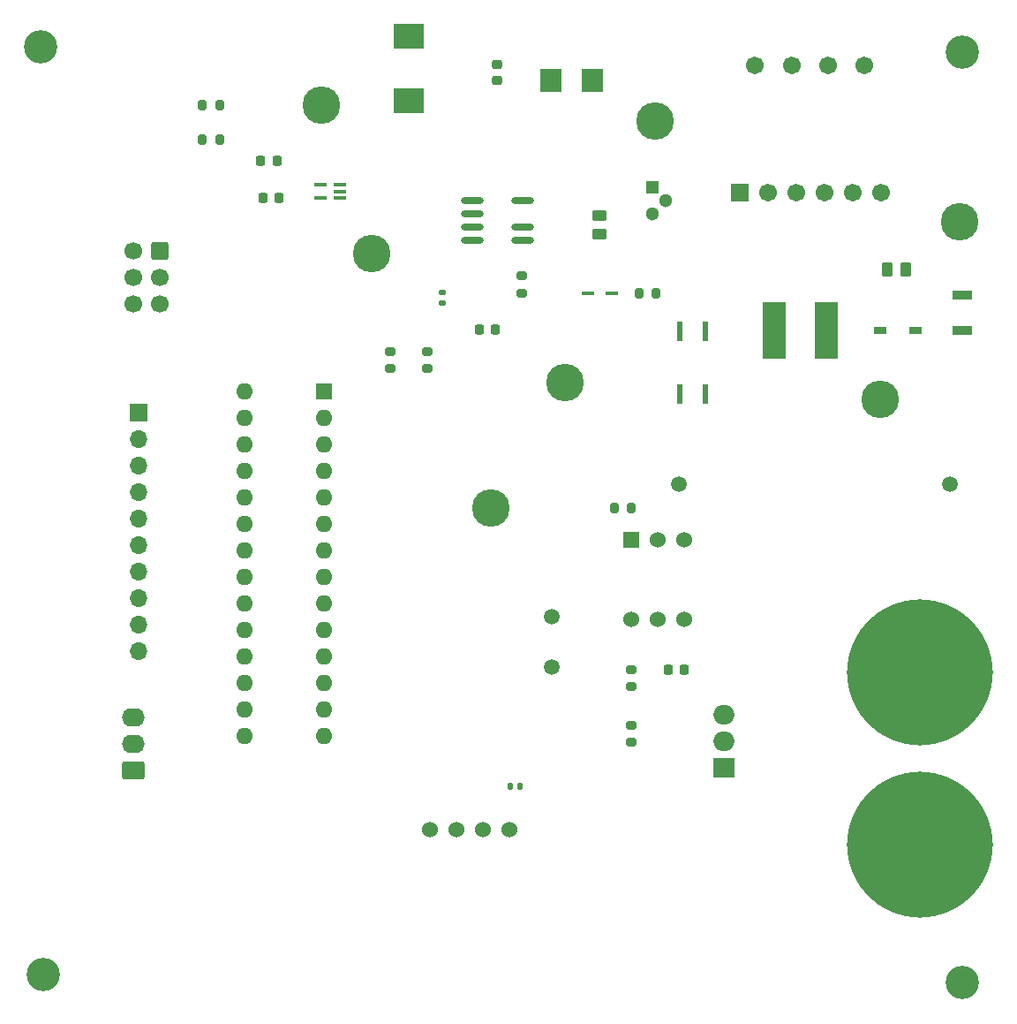
<source format=gts>
G04 #@! TF.GenerationSoftware,KiCad,Pcbnew,(7.0.0)*
G04 #@! TF.CreationDate,2023-03-29T00:30:15-05:00*
G04 #@! TF.ProjectId,445,3434352e-6b69-4636-9164-5f7063625858,rev?*
G04 #@! TF.SameCoordinates,Original*
G04 #@! TF.FileFunction,Soldermask,Top*
G04 #@! TF.FilePolarity,Negative*
%FSLAX46Y46*%
G04 Gerber Fmt 4.6, Leading zero omitted, Abs format (unit mm)*
G04 Created by KiCad (PCBNEW (7.0.0)) date 2023-03-29 00:30:15*
%MOMM*%
%LPD*%
G01*
G04 APERTURE LIST*
G04 Aperture macros list*
%AMRoundRect*
0 Rectangle with rounded corners*
0 $1 Rounding radius*
0 $2 $3 $4 $5 $6 $7 $8 $9 X,Y pos of 4 corners*
0 Add a 4 corners polygon primitive as box body*
4,1,4,$2,$3,$4,$5,$6,$7,$8,$9,$2,$3,0*
0 Add four circle primitives for the rounded corners*
1,1,$1+$1,$2,$3*
1,1,$1+$1,$4,$5*
1,1,$1+$1,$6,$7*
1,1,$1+$1,$8,$9*
0 Add four rect primitives between the rounded corners*
20,1,$1+$1,$2,$3,$4,$5,0*
20,1,$1+$1,$4,$5,$6,$7,0*
20,1,$1+$1,$6,$7,$8,$9,0*
20,1,$1+$1,$8,$9,$2,$3,0*%
G04 Aperture macros list end*
%ADD10C,3.200000*%
%ADD11R,1.200000X0.400000*%
%ADD12R,0.500000X1.850000*%
%ADD13RoundRect,0.225000X0.225000X0.250000X-0.225000X0.250000X-0.225000X-0.250000X0.225000X-0.250000X0*%
%ADD14RoundRect,0.200000X-0.200000X-0.275000X0.200000X-0.275000X0.200000X0.275000X-0.200000X0.275000X0*%
%ADD15C,1.500000*%
%ADD16R,1.701800X1.701800*%
%ADD17C,1.701800*%
%ADD18O,2.200001X0.599999*%
%ADD19RoundRect,0.200000X0.275000X-0.200000X0.275000X0.200000X-0.275000X0.200000X-0.275000X-0.200000X0*%
%ADD20RoundRect,0.250000X0.262500X0.450000X-0.262500X0.450000X-0.262500X-0.450000X0.262500X-0.450000X0*%
%ADD21RoundRect,0.200000X-0.275000X0.200000X-0.275000X-0.200000X0.275000X-0.200000X0.275000X0.200000X0*%
%ADD22RoundRect,0.250000X-0.450000X0.262500X-0.450000X-0.262500X0.450000X-0.262500X0.450000X0.262500X0*%
%ADD23R,1.905000X0.914400*%
%ADD24C,3.600000*%
%ADD25RoundRect,0.225000X-0.225000X-0.250000X0.225000X-0.250000X0.225000X0.250000X-0.225000X0.250000X0*%
%ADD26R,1.168400X0.457200*%
%ADD27RoundRect,0.200000X0.200000X0.275000X-0.200000X0.275000X-0.200000X-0.275000X0.200000X-0.275000X0*%
%ADD28C,9.000000*%
%ADD29C,14.000000*%
%ADD30RoundRect,0.225000X0.250000X-0.225000X0.250000X0.225000X-0.250000X0.225000X-0.250000X-0.225000X0*%
%ADD31RoundRect,0.140000X0.140000X0.170000X-0.140000X0.170000X-0.140000X-0.170000X0.140000X-0.170000X0*%
%ADD32R,2.000000X1.905000*%
%ADD33O,2.000000X1.905000*%
%ADD34R,2.260600X5.511800*%
%ADD35RoundRect,0.135000X0.185000X-0.135000X0.185000X0.135000X-0.185000X0.135000X-0.185000X-0.135000X0*%
%ADD36R,1.300000X1.300000*%
%ADD37C,1.300000*%
%ADD38R,2.057400X2.260600*%
%ADD39R,2.895600X2.400300*%
%ADD40R,1.219200X0.762000*%
%ADD41R,1.700000X1.700000*%
%ADD42O,1.700000X1.700000*%
%ADD43R,1.600000X1.600000*%
%ADD44O,1.600000X1.600000*%
%ADD45C,1.530000*%
%ADD46RoundRect,0.250000X0.600000X0.600000X-0.600000X0.600000X-0.600000X-0.600000X0.600000X-0.600000X0*%
%ADD47C,1.700000*%
%ADD48R,1.524000X1.524000*%
%ADD49C,1.524000*%
%ADD50RoundRect,0.250000X0.845000X-0.620000X0.845000X0.620000X-0.845000X0.620000X-0.845000X-0.620000X0*%
%ADD51O,2.190000X1.740000*%
G04 APERTURE END LIST*
D10*
X119126000Y-33782000D03*
D11*
X147827999Y-48259999D03*
X147827999Y-47609999D03*
X147827999Y-46959999D03*
X145927999Y-46959999D03*
X145927999Y-48259999D03*
D12*
X182859999Y-60982999D03*
X180359999Y-60982999D03*
X180359999Y-67032999D03*
X182859999Y-67032999D03*
D13*
X162687000Y-60833000D03*
X161137000Y-60833000D03*
D14*
X174118000Y-77978000D03*
X175768000Y-77978000D03*
D15*
X206294000Y-75692000D03*
X180294000Y-75692000D03*
D16*
X186175999Y-47745999D03*
D17*
X188876000Y-47746000D03*
X191576000Y-47746000D03*
X194276000Y-47746000D03*
X196976000Y-47746000D03*
X199676000Y-47746000D03*
X198116000Y-35546000D03*
X194616000Y-35546000D03*
X191116000Y-35546000D03*
X187616000Y-35546000D03*
D10*
X207518000Y-34290000D03*
D18*
X160527999Y-48513999D03*
X160527999Y-49783999D03*
X160527999Y-51053999D03*
X160527999Y-52323999D03*
X165327999Y-52323999D03*
X165327999Y-51053999D03*
X165327999Y-48513999D03*
D19*
X165214000Y-57340000D03*
X165214000Y-55690000D03*
D20*
X202080500Y-55118000D03*
X200255500Y-55118000D03*
D21*
X152654000Y-62929000D03*
X152654000Y-64579000D03*
D22*
X172720000Y-49877500D03*
X172720000Y-51702500D03*
D23*
X207517999Y-60959999D03*
X207517999Y-57556399D03*
D24*
X150876000Y-53594000D03*
D25*
X179311000Y-93472000D03*
X180861000Y-93472000D03*
D26*
X173837599Y-57403999D03*
X171602399Y-57403999D03*
D24*
X169418000Y-65913000D03*
D21*
X156210000Y-62929000D03*
X156210000Y-64579000D03*
D10*
X207518000Y-123444000D03*
D27*
X136270000Y-39370000D03*
X134620000Y-39370000D03*
D21*
X175768000Y-93409000D03*
X175768000Y-95059000D03*
D28*
X203454000Y-110236000D03*
D29*
X203454000Y-110236000D03*
D24*
X199644000Y-67564000D03*
X162306000Y-77978000D03*
D27*
X178117000Y-57404000D03*
X176467000Y-57404000D03*
D30*
X162839400Y-36982700D03*
X162839400Y-35432700D03*
D24*
X178054000Y-40894000D03*
D31*
X165100000Y-104648000D03*
X164140000Y-104648000D03*
D25*
X140449000Y-48260000D03*
X141999000Y-48260000D03*
D32*
X184586999Y-102869999D03*
D33*
X184586999Y-100329999D03*
X184586999Y-97789999D03*
D27*
X136270000Y-42672000D03*
X134620000Y-42672000D03*
D34*
X194436999Y-60959999D03*
X189483999Y-60959999D03*
D35*
X157594000Y-58295000D03*
X157594000Y-57275000D03*
D36*
X177799999Y-47233999D03*
D37*
X179070000Y-48514000D03*
X177800000Y-49774000D03*
D10*
X119380000Y-122682000D03*
D24*
X207264000Y-50546000D03*
X146050000Y-39370000D03*
D21*
X175705000Y-98743000D03*
X175705000Y-100393000D03*
D28*
X203454000Y-93726000D03*
D29*
X203454000Y-93726000D03*
D38*
X171996099Y-36969699D03*
X168059099Y-36969699D03*
D13*
X141758000Y-44704000D03*
X140208000Y-44704000D03*
D39*
X154431999Y-38868349D03*
X154431999Y-32759649D03*
D40*
X202996799Y-60959999D03*
X199643999Y-60959999D03*
D41*
X128523999Y-68833999D03*
D42*
X128523999Y-71373999D03*
X128523999Y-73913999D03*
X128523999Y-76453999D03*
X128523999Y-78993999D03*
X128523999Y-81533999D03*
X128523999Y-84073999D03*
X128523999Y-86613999D03*
X128523999Y-89153999D03*
X128523999Y-91693999D03*
D15*
X168148000Y-93218000D03*
X168148000Y-88338000D03*
D43*
X146303999Y-66801999D03*
D44*
X146303999Y-69341999D03*
X146303999Y-71881999D03*
X146303999Y-74421999D03*
X146303999Y-76961999D03*
X146303999Y-79501999D03*
X146303999Y-82041999D03*
X146303999Y-84581999D03*
X146303999Y-87121999D03*
X146303999Y-89661999D03*
X146303999Y-92201999D03*
X146303999Y-94741999D03*
X146303999Y-97281999D03*
X146303999Y-99821999D03*
X138683999Y-99821999D03*
X138683999Y-97281999D03*
X138683999Y-94741999D03*
X138683999Y-92201999D03*
X138683999Y-89661999D03*
X138683999Y-87121999D03*
X138683999Y-84581999D03*
X138683999Y-82041999D03*
X138683999Y-79501999D03*
X138683999Y-76961999D03*
X138683999Y-74421999D03*
X138683999Y-71881999D03*
X138683999Y-69341999D03*
X138683999Y-66801999D03*
D45*
X164084000Y-108731000D03*
X161544000Y-108731000D03*
X159004000Y-108731000D03*
X156464000Y-108731000D03*
D46*
X130556000Y-53340000D03*
D47*
X128016000Y-53340000D03*
X130556000Y-55880000D03*
X128016000Y-55880000D03*
X130556000Y-58420000D03*
X128016000Y-58420000D03*
D48*
X175767999Y-81025999D03*
D49*
X178308000Y-81026000D03*
X180848000Y-81026000D03*
X180848000Y-88646000D03*
X178308000Y-88646000D03*
X175768000Y-88646000D03*
D50*
X128006000Y-103124000D03*
D51*
X128005999Y-100583999D03*
X128005999Y-98043999D03*
M02*

</source>
